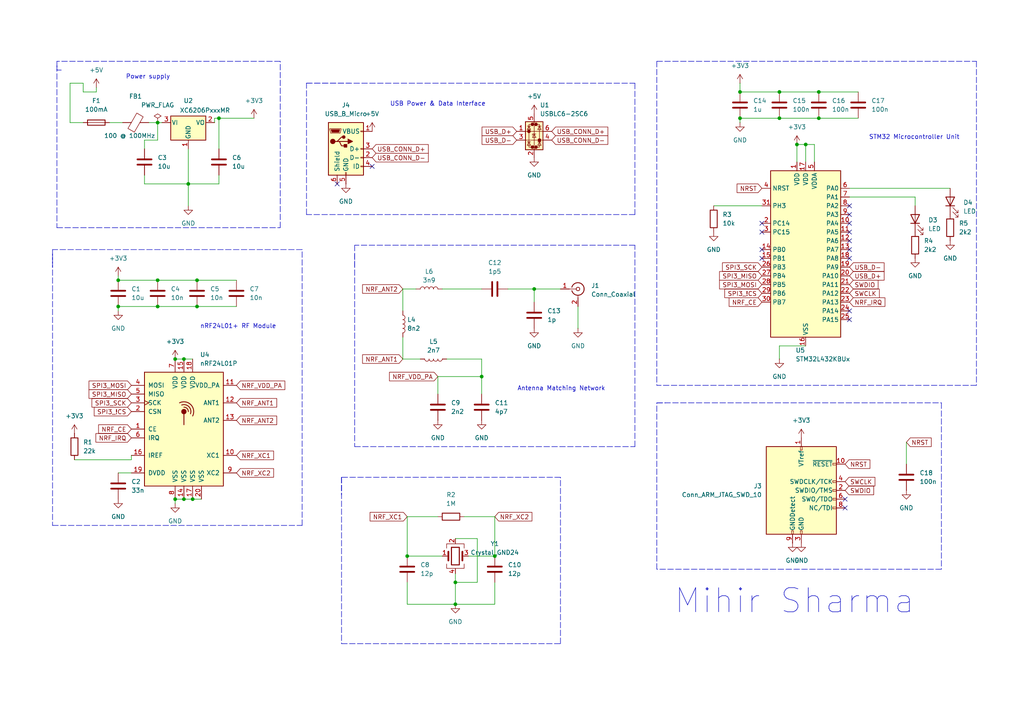
<source format=kicad_sch>
(kicad_sch (version 20250114) (generator "eeschema") (generator_version "9.0")
  (paper "A4")
  (title_block (title "STM32 RF PCB") (date "2025-06-28"))
  (lib_symbols
    (symbol "+3V3_1" (power) (pin_numbers (hide yes)) (pin_names (offset 0) (hide yes))
      (property "Value" "+3V3" (at 0 3.556 0))
      (symbol "+3V3_1_1_1"
        (pin power_in line (at 0 0 90) (length 0) (name "~") (number "1"))
      )
    )
    (symbol "+3V3_2" (power) (pin_numbers (hide yes)) (pin_names (offset 0) (hide yes))
      (property "Value" "+3V3" (at 0 3.556 0))
      (symbol "+3V3_2_1_1"
        (pin power_in line (at 0 0 90) (length 0) (name "~") (number "1"))
      )
    )
    (symbol "+3V3_3" (power) (pin_numbers (hide yes)) (pin_names (offset 0) (hide yes))
      (property "Value" "+3V3" (at 0 3.556 0))
      (symbol "+3V3_3_1_1"
        (pin power_in line (at 0 0 90) (length 0) (name "~") (number "1"))
      )
    )
    (symbol "+3V3_4" (power) (pin_numbers (hide yes)) (pin_names (offset 0) (hide yes))
      (property "Value" "+3V3" (at 0 3.556 0))
      (symbol "+3V3_4_1_1"
        (pin power_in line (at 0 0 90) (length 0) (name "~") (number "1"))
      )
    )
    (symbol "+3V3_5" (power) (pin_numbers (hide yes)) (pin_names (offset 0) (hide yes))
      (property "Value" "+3V3" (at 0 3.556 0))
      (symbol "+3V3_5_1_1"
        (pin power_in line (at 0 0 90) (length 0) (name "~") (number "1"))
      )
    )
    (symbol "+3V3_6" (power) (pin_numbers (hide yes)) (pin_names (offset 0) (hide yes))
      (property "Value" "+3V3" (at 0 3.556 0))
      (symbol "+3V3_6_1_1"
        (pin power_in line (at 0 0 90) (length 0) (name "~") (number "1"))
      )
    )
    (symbol "+3V3_7" (power) (pin_numbers (hide yes)) (pin_names (offset 0) (hide yes))
      (property "Value" "+3V3" (at 0 3.556 0))
      (symbol "+3V3_7_1_1"
        (pin power_in line (at 0 0 90) (length 0) (name "~") (number "1"))
      )
    )
    (symbol "+5V_1" (power) (pin_numbers (hide yes)) (pin_names (offset 0) (hide yes))
      (property "Value" "+5V" (at 0 3.556 0))
      (symbol "+5V_1_1_1"
        (pin power_in line (at 0 0 90) (length 0) (name "~") (number "1"))
      )
    )
    (symbol "+5V_2" (power) (pin_numbers (hide yes)) (pin_names (offset 0) (hide yes))
      (property "Value" "+5V" (at 0 3.556 0))
      (symbol "+5V_2_1_1"
        (pin power_in line (at 0 0 90) (length 0) (name "~") (number "1"))
      )
    )
    (symbol "+5V_3" (power) (pin_numbers (hide yes)) (pin_names (offset 0) (hide yes))
      (property "Value" "+5V" (at 0 3.556 0))
      (symbol "+5V_3_1_1"
        (pin power_in line (at 0 0 90) (length 0) (name "~") (number "1"))
      )
    )
    (symbol "Conn_Coaxial_1" (pin_names (offset 1.016) (hide yes))
      (property "Reference" "J" (at 0.254 3.048 0))
      (property "Value" "Conn_Coaxial" (at 2.921 0 90))
      (symbol "Conn_Coaxial_1_1_1"
        (pin passive line (at -5.08 0 0) (length 2.54) (name "In") (number "1"))
        (pin passive line (at 0 -5.08 90) (length 2.54) (name "Ext") (number "2"))
      )
    )
    (symbol "Connector:Conn_ARM_JTAG_SWD_10" (pin_names (offset 1.016))
      (property "Reference" "J" (at -2.54 16.51 0))
      (property "Value" "Conn_ARM_JTAG_SWD_10" (at -2.54 13.97 0))
      (symbol "Conn_ARM_JTAG_SWD_10_1_1"
        (pin no_connect line (at -10.16 0 0) (length 2.54) (hide yes) (name "KEY") (number "7"))
        (pin passive line (at -2.54 -15.24 90) (length 2.54) (name "GNDDetect") (number "9"))
        (pin power_in line (at 0 15.24 270) (length 2.54) (name "VTref") (number "1"))
        (pin power_in line (at 0 -15.24 90) (length 2.54) (name "GND") (number "3"))
        (pin passive line (at 0 -15.24 90) (length 2.54) (hide yes) (name "GND") (number "5"))
        (pin open_collector line (at 12.7 7.62 180) (length 2.54) (name "~{RESET}") (number "10"))
        (pin output line (at 12.7 2.54 180) (length 2.54) (name "SWDCLK/TCK") (number "4"))
        (pin bidirectional line (at 12.7 0 180) (length 2.54) (name "SWDIO/TMS") (number "2"))
        (pin input line (at 12.7 -2.54 180) (length 2.54) (name "SWO/TDO") (number "6"))
        (pin output line (at 12.7 -5.08 180) (length 2.54) (name "NC/TDI") (number "8"))
      )
    )
    (symbol "Device:C" (pin_numbers (hide yes)) (pin_names (offset 0.254))
      (property "Reference" "C" (at 0.635 2.54 0))
      (property "Value" "C" (at 0.635 -2.54 0))
      (symbol "C_1_1"
        (pin passive line (at 0 3.81 270) (length 2.794) (name "~") (number "1"))
        (pin passive line (at 0 -3.81 90) (length 2.794) (name "~") (number "2"))
      )
    )
    (symbol "Device:Crystal_GND24" (pin_names (offset 1.016) (hide yes))
      (property "Reference" "Y" (at 3.175 5.08 0))
      (property "Value" "Crystal_GND24" (at 3.175 3.175 0))
      (symbol "Crystal_GND24_1_1"
        (pin passive line (at -3.81 0 0) (length 1.27) (name "1") (number "1"))
        (pin passive line (at 0 5.08 270) (length 1.27) (name "2") (number "2"))
        (pin passive line (at 0 -5.08 90) (length 1.27) (name "4") (number "4"))
        (pin passive line (at 3.81 0 180) (length 1.27) (name "3") (number "3"))
      )
    )
    (symbol "Device:FerriteBead" (pin_numbers (hide yes)) (pin_names (offset 0))
      (property "Reference" "FB" (at -3.81 0.635 90))
      (property "Value" "FerriteBead" (at 3.81 0 90))
      (symbol "FerriteBead_1_1"
        (pin passive line (at 0 3.81 270) (length 2.54) (name "~") (number "1"))
        (pin passive line (at 0 -3.81 90) (length 2.54) (name "~") (number "2"))
      )
    )
    (symbol "Device:Fuse" (pin_numbers (hide yes)) (pin_names (offset 0))
      (property "Reference" "F" (at 2.032 0 90))
      (property "Value" "Fuse" (at -1.905 0 90))
      (symbol "Fuse_1_1"
        (pin passive line (at 0 3.81 270) (length 1.27) (name "~") (number "1"))
        (pin passive line (at 0 -3.81 90) (length 1.27) (name "~") (number "2"))
      )
    )
    (symbol "Device:L" (pin_numbers (hide yes)) (pin_names (offset 1.016) (hide yes))
      (property "Reference" "L" (at -1.27 0 90))
      (property "Value" "L" (at 1.905 0 90))
      (symbol "L_1_1"
        (pin passive line (at 0 3.81 270) (length 1.27) (name "1") (number "1"))
        (pin passive line (at 0 -3.81 90) (length 1.27) (name "2") (number "2"))
      )
    )
    (symbol "Device:R" (pin_numbers (hide yes)) (pin_names (offset 0))
      (property "Reference" "R" (at 2.032 0 90))
      (property "Value" "R" (at 0 0 90))
      (symbol "R_1_1"
        (pin passive line (at 0 3.81 270) (length 1.27) (name "~") (number "1"))
        (pin passive line (at 0 -3.81 90) (length 1.27) (name "~") (number "2"))
      )
    )
    (symbol "GND_1" (power) (pin_numbers (hide yes)) (pin_names (offset 0) (hide yes))
      (property "Value" "GND" (at 0 -3.81 0))
      (symbol "GND_1_1_1"
        (pin power_in line (at 0 0 270) (length 0) (name "~") (number "1"))
      )
    )
    (symbol "GND_10" (power) (pin_numbers (hide yes)) (pin_names (offset 0) (hide yes))
      (property "Value" "GND" (at 0 -3.81 0))
      (symbol "GND_10_1_1"
        (pin power_in line (at 0 0 270) (length 0) (name "~") (number "1"))
      )
    )
    (symbol "GND_11" (power) (pin_numbers (hide yes)) (pin_names (offset 0) (hide yes))
      (property "Value" "GND" (at 0 -3.81 0))
      (symbol "GND_11_1_1"
        (pin power_in line (at 0 0 270) (length 0) (name "~") (number "1"))
      )
    )
    (symbol "GND_12" (power) (pin_numbers (hide yes)) (pin_names (offset 0) (hide yes))
      (property "Value" "GND" (at 0 -3.81 0))
      (symbol "GND_12_1_1"
        (pin power_in line (at 0 0 270) (length 0) (name "~") (number "1"))
      )
    )
    (symbol "GND_13" (power) (pin_numbers (hide yes)) (pin_names (offset 0) (hide yes))
      (property "Value" "GND" (at 0 -3.81 0))
      (symbol "GND_13_1_1"
        (pin power_in line (at 0 0 270) (length 0) (name "~") (number "1"))
      )
    )
    (symbol "GND_14" (power) (pin_numbers (hide yes)) (pin_names (offset 0) (hide yes))
      (property "Value" "GND" (at 0 -3.81 0))
      (symbol "GND_14_1_1"
        (pin power_in line (at 0 0 270) (length 0) (name "~") (number "1"))
      )
    )
    (symbol "GND_15" (power) (pin_numbers (hide yes)) (pin_names (offset 0) (hide yes))
      (property "Value" "GND" (at 0 -3.81 0))
      (symbol "GND_15_1_1"
        (pin power_in line (at 0 0 270) (length 0) (name "~") (number "1"))
      )
    )
    (symbol "GND_16" (power) (pin_numbers (hide yes)) (pin_names (offset 0) (hide yes))
      (property "Value" "GND" (at 0 -3.81 0))
      (symbol "GND_16_1_1"
        (pin power_in line (at 0 0 270) (length 0) (name "~") (number "1"))
      )
    )
    (symbol "GND_17" (power) (pin_numbers (hide yes)) (pin_names (offset 0) (hide yes))
      (property "Value" "GND" (at 0 -3.81 0))
      (symbol "GND_17_1_1"
        (pin power_in line (at 0 0 270) (length 0) (name "~") (number "1"))
      )
    )
    (symbol "GND_18" (power) (pin_numbers (hide yes)) (pin_names (offset 0) (hide yes))
      (property "Value" "GND" (at 0 -3.81 0))
      (symbol "GND_18_1_1"
        (pin power_in line (at 0 0 270) (length 0) (name "~") (number "1"))
      )
    )
    (symbol "GND_19" (power) (pin_numbers (hide yes)) (pin_names (offset 0) (hide yes))
      (property "Value" "GND" (at 0 -3.81 0))
      (symbol "GND_19_1_1"
        (pin power_in line (at 0 0 270) (length 0) (name "~") (number "1"))
      )
    )
    (symbol "GND_2" (power) (pin_numbers (hide yes)) (pin_names (offset 0) (hide yes))
      (property "Value" "GND" (at 0 -3.81 0))
      (symbol "GND_2_1_1"
        (pin power_in line (at 0 0 270) (length 0) (name "~") (number "1"))
      )
    )
    (symbol "GND_3" (power) (pin_numbers (hide yes)) (pin_names (offset 0) (hide yes))
      (property "Value" "GND" (at 0 -3.81 0))
      (symbol "GND_3_1_1"
        (pin power_in line (at 0 0 270) (length 0) (name "~") (number "1"))
      )
    )
    (symbol "GND_4" (power) (pin_numbers (hide yes)) (pin_names (offset 0) (hide yes))
      (property "Value" "GND" (at 0 -3.81 0))
      (symbol "GND_4_1_1"
        (pin power_in line (at 0 0 270) (length 0) (name "~") (number "1"))
      )
    )
    (symbol "GND_5" (power) (pin_numbers (hide yes)) (pin_names (offset 0) (hide yes))
      (property "Value" "GND" (at 0 -3.81 0))
      (symbol "GND_5_1_1"
        (pin power_in line (at 0 0 270) (length 0) (name "~") (number "1"))
      )
    )
    (symbol "GND_6" (power) (pin_numbers (hide yes)) (pin_names (offset 0) (hide yes))
      (property "Value" "GND" (at 0 -3.81 0))
      (symbol "GND_6_1_1"
        (pin power_in line (at 0 0 270) (length 0) (name "~") (number "1"))
      )
    )
    (symbol "GND_7" (power) (pin_numbers (hide yes)) (pin_names (offset 0) (hide yes))
      (property "Value" "GND" (at 0 -3.81 0))
      (symbol "GND_7_1_1"
        (pin power_in line (at 0 0 270) (length 0) (name "~") (number "1"))
      )
    )
    (symbol "GND_8" (power) (pin_numbers (hide yes)) (pin_names (offset 0) (hide yes))
      (property "Value" "GND" (at 0 -3.81 0))
      (symbol "GND_8_1_1"
        (pin power_in line (at 0 0 270) (length 0) (name "~") (number "1"))
      )
    )
    (symbol "GND_9" (power) (pin_numbers (hide yes)) (pin_names (offset 0) (hide yes))
      (property "Value" "GND" (at 0 -3.81 0))
      (symbol "GND_9_1_1"
        (pin power_in line (at 0 0 270) (length 0) (name "~") (number "1"))
      )
    )
    (symbol "LED_1" (pin_numbers (hide yes)) (pin_names (offset 1.016) (hide yes))
      (property "Reference" "D" (at 0 2.54 0))
      (property "Value" "LED" (at 0 -2.54 0))
      (symbol "LED_1_1_1"
        (pin passive line (at -3.81 0 0) (length 2.54) (name "K") (number "1"))
        (pin passive line (at 3.81 0 180) (length 2.54) (name "A") (number "2"))
      )
    )
    (symbol "LED_2" (pin_numbers (hide yes)) (pin_names (offset 1.016) (hide yes))
      (property "Reference" "D" (at 0 2.54 0))
      (property "Value" "LED" (at 0 -2.54 0))
      (symbol "LED_2_1_1"
        (pin passive line (at -3.81 0 0) (length 2.54) (name "K") (number "1"))
        (pin passive line (at 3.81 0 180) (length 2.54) (name "A") (number "2"))
      )
    )
    (symbol "STM32L432KBUx_1"
      (property "Reference" "U" (at -10.16 26.67 0))
      (property "Value" "STM32L432KBUx" (at 5.08 26.67 0))
      (symbol "STM32L432KBUx_1_1_1"
        (pin input line (at -12.7 20.32 0) (length 2.54) (name "NRST") (number "4"))
        (pin bidirectional line (at -12.7 15.24 0) (length 2.54) (name "PH3") (number "31"))
        (pin bidirectional line (at -12.7 10.16 0) (length 2.54) (name "PC14") (number "2"))
        (pin bidirectional line (at -12.7 7.62 0) (length 2.54) (name "PC15") (number "3"))
        (pin bidirectional line (at -12.7 2.54 0) (length 2.54) (name "PB0") (number "14"))
        (pin bidirectional line (at -12.7 0 0) (length 2.54) (name "PB1") (number "15"))
        (pin bidirectional line (at -12.7 -2.54 0) (length 2.54) (name "PB3") (number "26"))
        (pin bidirectional line (at -12.7 -5.08 0) (length 2.54) (name "PB4") (number "27"))
        (pin bidirectional line (at -12.7 -7.62 0) (length 2.54) (name "PB5") (number "28"))
        (pin bidirectional line (at -12.7 -10.16 0) (length 2.54) (name "PB6") (number "29"))
        (pin bidirectional line (at -12.7 -12.7 0) (length 2.54) (name "PB7") (number "30"))
        (pin power_in line (at -2.54 27.94 270) (length 2.54) (name "VDD") (number "1"))
        (pin power_in line (at 0 27.94 270) (length 2.54) (name "VDD") (number "17"))
        (pin power_in line (at 0 -25.4 90) (length 2.54) (name "VSS") (number "16"))
        (pin passive line (at 0 -25.4 90) (length 2.54) (hide yes) (name "VSS") (number "32"))
        (pin passive line (at 0 -25.4 90) (length 2.54) (hide yes) (name "VSS") (number "33"))
        (pin power_in line (at 2.54 27.94 270) (length 2.54) (name "VDDA") (number "5"))
        (pin bidirectional line (at 12.7 20.32 180) (length 2.54) (name "PA0") (number "6"))
        (pin bidirectional line (at 12.7 17.78 180) (length 2.54) (name "PA1") (number "7"))
        (pin bidirectional line (at 12.7 15.24 180) (length 2.54) (name "PA2") (number "8"))
        (pin bidirectional line (at 12.7 12.7 180) (length 2.54) (name "PA3") (number "9"))
        (pin bidirectional line (at 12.7 10.16 180) (length 2.54) (name "PA4") (number "10"))
        (pin bidirectional line (at 12.7 7.62 180) (length 2.54) (name "PA5") (number "11"))
        (pin bidirectional line (at 12.7 5.08 180) (length 2.54) (name "PA6") (number "12"))
        (pin bidirectional line (at 12.7 2.54 180) (length 2.54) (name "PA7") (number "13"))
        (pin bidirectional line (at 12.7 0 180) (length 2.54) (name "PA8") (number "18"))
        (pin bidirectional line (at 12.7 -2.54 180) (length 2.54) (name "PA9") (number "19"))
        (pin bidirectional line (at 12.7 -5.08 180) (length 2.54) (name "PA10") (number "20"))
        (pin bidirectional line (at 12.7 -7.62 180) (length 2.54) (name "PA11") (number "21"))
        (pin bidirectional line (at 12.7 -10.16 180) (length 2.54) (name "PA12") (number "22"))
        (pin bidirectional line (at 12.7 -12.7 180) (length 2.54) (name "PA13") (number "23"))
        (pin bidirectional line (at 12.7 -15.24 180) (length 2.54) (name "PA14") (number "24"))
        (pin bidirectional line (at 12.7 -17.78 180) (length 2.54) (name "PA15") (number "25"))
      )
    )
    (symbol "USBLC6-2SC6_1" (pin_names (hide yes))
      (property "Reference" "U" (at 0.635 5.715 0))
      (property "Value" "USBLC6-2SC6" (at 0.635 3.81 0))
      (symbol "USBLC6-2SC6_1_1_1"
        (pin passive line (at -5.08 0 0) (length 2.54) (name "I/O1") (number "1"))
        (pin passive line (at -5.08 -2.54 0) (length 2.54) (name "I/O2") (number "3"))
        (pin passive line (at 0 5.08 270) (length 2.54) (name "VBUS") (number "5"))
        (pin passive line (at 0 -7.62 90) (length 2.54) (name "GND") (number "2"))
        (pin passive line (at 5.08 0 180) (length 2.54) (name "I/O1") (number "6"))
        (pin passive line (at 5.08 -2.54 180) (length 2.54) (name "I/O2") (number "4"))
      )
    )
    (symbol "USB_B_Micro_1" (pin_names (offset 1.016))
      (property "Reference" "J" (at -5.08 11.43 0))
      (property "Value" "USB_B_Micro" (at -5.08 8.89 0))
      (symbol "USB_B_Micro_1_1_1"
        (pin passive line (at -2.54 -10.16 90) (length 2.54) (name "Shield") (number "6"))
        (pin power_out line (at 0 -10.16 90) (length 2.54) (name "GND") (number "5"))
        (pin power_out line (at 7.62 5.08 180) (length 2.54) (name "VBUS") (number "1"))
        (pin bidirectional line (at 7.62 0 180) (length 2.54) (name "D+") (number "3"))
        (pin bidirectional line (at 7.62 -2.54 180) (length 2.54) (name "D-") (number "2"))
        (pin passive line (at 7.62 -5.08 180) (length 2.54) (name "ID") (number "4"))
      )
    )
    (symbol "XC6206PxxxMR_1" (pin_names (offset 0.254))
      (property "Reference" "U" (at -3.81 3.175 0))
      (property "Value" "XC6206PxxxMR" (at 0 3.175 0))
      (symbol "XC6206PxxxMR_1_1_1"
        (pin power_in line (at -7.62 0 0) (length 2.54) (name "VI") (number "3"))
        (pin power_in line (at 0 -7.62 90) (length 2.54) (name "GND") (number "1"))
        (pin power_out line (at 7.62 0 180) (length 2.54) (name "VO") (number "2"))
      )
    )
    (symbol "nRF24L01P_1" (pin_names (offset 1.016))
      (property "Reference" "U" (at -11.43 17.78 0))
      (property "Value" "nRF24L01P" (at 5.08 17.78 0))
      (symbol "nRF24L01P_1_1_1"
        (pin input line (at -15.24 12.7 0) (length 3.81) (name "MOSI") (number "4"))
        (pin output line (at -15.24 10.16 0) (length 3.81) (name "MISO") (number "5"))
        (pin input clock (at -15.24 7.62 0) (length 3.81) (name "SCK") (number "3"))
        (pin input line (at -15.24 5.08 0) (length 3.81) (name "CSN") (number "2"))
        (pin input line (at -15.24 0 0) (length 3.81) (name "CE") (number "1"))
        (pin output line (at -15.24 -2.54 0) (length 3.81) (name "IRQ") (number "6"))
        (pin passive line (at -15.24 -7.62 0) (length 3.81) (name "IREF") (number "16"))
        (pin power_out line (at -15.24 -12.7 0) (length 3.81) (name "DVDD") (number "19"))
        (pin power_in line (at -2.54 20.32 270) (length 3.81) (name "VDD") (number "7"))
        (pin power_in line (at -2.54 -20.32 90) (length 3.81) (name "VSS") (number "8"))
        (pin power_in line (at 0 20.32 270) (length 3.81) (name "VDD") (number "15"))
        (pin power_in line (at 0 -20.32 90) (length 3.81) (name "VSS") (number "14"))
        (pin power_in line (at 2.54 20.32 270) (length 3.81) (name "VDD") (number "18"))
        (pin power_in line (at 2.54 -20.32 90) (length 3.81) (name "VSS") (number "17"))
        (pin power_in line (at 5.08 -20.32 90) (length 3.81) (name "VSS") (number "20"))
        (pin power_out line (at 15.24 12.7 180) (length 3.81) (name "VDD_PA") (number "11"))
        (pin passive line (at 15.24 7.62 180) (length 3.81) (name "ANT1") (number "12"))
        (pin passive line (at 15.24 2.54 180) (length 3.81) (name "ANT2") (number "13"))
        (pin passive line (at 15.24 -7.62 180) (length 3.81) (name "XC1") (number "10"))
        (pin passive line (at 15.24 -12.7 180) (length 3.81) (name "XC2") (number "9"))
      )
    )
    (symbol "power:PWR_FLAG" (power) (pin_numbers (hide yes)) (pin_names (offset 0) (hide yes))
      (property "Value" "PWR_FLAG" (at 0 3.81 0))
      (symbol "PWR_FLAG_0_0"
        (pin power_out line (at 0 0 90) (length 0) (name "~") (number "1"))
      )
    )
  )
  (text "STM32 Microcontroller Unit" (at 265.176 39.878 0) (effects (font (size 1.27 1.27))))
  (text "USB Power & Data Interface" (at 127 30.226 0) (effects (font (size 1.27 1.27))))
  (text "Power supply" (at 42.926 22.352 0) (effects (font (size 1.27 1.27))))
  (text "nRF24L01+ RF Module" (at 69.088 94.742 0) (effects (font (size 1.27 1.27))))
  (text "Antenna Matching Network\n" (at 162.814 112.776 0) (effects (font (size 1.27 1.27))))
  (text "Mihir Sharma" (at 195.326 178.562 0) (effects (font (size 7 7)) (justify left bottom)))
  (junction (at 34.29 81.28))
  (junction (at 226.06 34.29))
  (junction (at 45.72 88.9))
  (junction (at 45.72 81.28))
  (junction (at 233.68 41.91))
  (junction (at 237.49 34.29))
  (junction (at 50.8 144.78))
  (junction (at 214.63 34.29))
  (junction (at 53.34 104.14))
  (junction (at 57.15 81.28))
  (junction (at 139.7 109.22))
  (junction (at 57.15 88.9))
  (junction (at 132.08 175.26))
  (junction (at 226.06 26.67))
  (junction (at 132.08 168.91))
  (junction (at 237.49 26.67))
  (junction (at 50.8 104.14))
  (junction (at 45.72 35.56))
  (junction (at 63.5 34.29))
  (junction (at 118.11 161.29))
  (junction (at 53.34 144.78))
  (junction (at 143.51 161.29))
  (junction (at 231.14 41.91))
  (junction (at 214.63 26.67))
  (junction (at 154.94 83.82))
  (junction (at 54.61 53.34))
  (junction (at 34.29 88.9))
  (junction (at 55.88 144.78))
  (no_connect (at 97.79 53.34))
  (no_connect (at 107.95 48.26))
  (no_connect (at 245.11 147.32))
  (no_connect (at 245.11 144.78))
  (no_connect (at 220.98 74.93))
  (no_connect (at 220.98 72.39))
  (no_connect (at 220.98 67.31))
  (no_connect (at 220.98 64.77))
  (no_connect (at 246.38 59.69))
  (no_connect (at 246.38 62.23))
  (no_connect (at 246.38 64.77))
  (no_connect (at 246.38 67.31))
  (no_connect (at 246.38 90.17))
  (no_connect (at 246.38 69.85))
  (no_connect (at 246.38 72.39))
  (no_connect (at 246.38 74.93))
  (no_connect (at 246.38 92.71))
  (polyline (pts (xy 190.5 17.78) (xy 190.5 111.76)) (stroke (width 0) (type dash)))
  (wire (pts (xy 139.7 104.14) (xy 139.7 109.22)))
  (wire (pts (xy 54.61 53.34) (xy 54.61 59.69)))
  (wire (pts (xy 45.72 88.9) (xy 57.15 88.9)))
  (wire (pts (xy 24.13 26.67) (xy 27.94 26.67)))
  (wire (pts (xy 34.29 81.28) (xy 45.72 81.28)))
  (wire (pts (xy 116.84 97.79) (xy 116.84 104.14)))
  (wire (pts (xy 262.89 128.27) (xy 262.89 134.62)))
  (polyline (pts (xy 15.24 152.4) (xy 87.63 152.4)) (stroke (width 0) (type dash)))
  (wire (pts (xy 134.62 149.86) (xy 143.51 149.86)))
  (wire (pts (xy 214.63 34.29) (xy 226.06 34.29)))
  (wire (pts (xy 226.06 100.33) (xy 233.68 100.33)))
  (wire (pts (xy 34.29 88.9) (xy 45.72 88.9)))
  (wire (pts (xy 20.32 35.56) (xy 20.32 24.13)))
  (wire (pts (xy 135.89 161.29) (xy 143.51 161.29)))
  (polyline (pts (xy 15.24 73.66) (xy 15.24 152.4)) (stroke (width 0) (type dash)))
  (wire (pts (xy 231.14 41.91) (xy 233.68 41.91)))
  (wire (pts (xy 143.51 168.91) (xy 143.51 175.26)))
  (polyline (pts (xy 273.05 165.1) (xy 190.5 165.1)) (stroke (width 0) (type dash)))
  (wire (pts (xy 54.61 43.18) (xy 54.61 53.34)))
  (polyline (pts (xy 184.15 71.12) (xy 102.87 71.12)) (stroke (width 0) (type dash)))
  (polyline (pts (xy 190.5 116.84) (xy 193.04 116.84)) (stroke (width 0) (type dash)))
  (polyline (pts (xy 99.06 138.43) (xy 99.06 186.69)) (stroke (width 0) (type dash)))
  (wire (pts (xy 41.91 50.8) (xy 41.91 53.34)))
  (wire (pts (xy 27.94 26.67) (xy 27.94 25.4)))
  (wire (pts (xy 162.56 83.82) (xy 154.94 83.82)))
  (wire (pts (xy 53.34 104.14) (xy 55.88 104.14)))
  (wire (pts (xy 63.5 34.29) (xy 63.5 43.18)))
  (wire (pts (xy 233.68 41.91) (xy 236.22 41.91)))
  (wire (pts (xy 21.59 133.35) (xy 38.1 133.35)))
  (polyline (pts (xy 16.51 66.04) (xy 81.28 66.04)) (stroke (width 0) (type dash)))
  (wire (pts (xy 214.63 24.13) (xy 214.63 26.67)))
  (wire (pts (xy 214.63 34.29) (xy 214.63 35.56)))
  (polyline (pts (xy 88.9 24.13) (xy 101.6 24.13)) (stroke (width 0) (type dash)))
  (polyline (pts (xy 87.63 152.4) (xy 87.63 72.39)) (stroke (width 0) (type dash)))
  (wire (pts (xy 246.38 57.15) (xy 265.43 57.15)))
  (wire (pts (xy 41.91 40.64) (xy 41.91 43.18)))
  (wire (pts (xy 226.06 104.14) (xy 226.06 100.33)))
  (wire (pts (xy 45.72 35.56) (xy 46.99 35.56)))
  (wire (pts (xy 143.51 149.86) (xy 143.51 161.29)))
  (polyline (pts (xy 102.87 71.12) (xy 102.87 77.47)) (stroke (width 0) (type dash)))
  (wire (pts (xy 45.72 35.56) (xy 45.72 40.64)))
  (polyline (pts (xy 184.15 129.54) (xy 184.15 71.12)) (stroke (width 0) (type dash)))
  (wire (pts (xy 118.11 168.91) (xy 118.11 175.26)))
  (wire (pts (xy 57.15 88.9) (xy 68.58 88.9)))
  (wire (pts (xy 41.91 40.64) (xy 45.72 40.64)))
  (wire (pts (xy 143.51 175.26) (xy 132.08 175.26)))
  (wire (pts (xy 116.84 104.14) (xy 121.92 104.14)))
  (polyline (pts (xy 162.56 186.69) (xy 162.56 138.43)) (stroke (width 0) (type dash)))
  (polyline (pts (xy 162.56 138.43) (xy 99.06 138.43)) (stroke (width 0) (type dash)))
  (polyline (pts (xy 88.9 24.13) (xy 184.15 24.13)) (stroke (width 0) (type dash)))
  (polyline (pts (xy 184.15 24.13) (xy 184.15 62.23)) (stroke (width 0) (type dash)))
  (wire (pts (xy 246.38 54.61) (xy 275.59 54.61)))
  (wire (pts (xy 116.84 83.82) (xy 116.84 90.17)))
  (wire (pts (xy 31.75 35.56) (xy 35.56 35.56)))
  (wire (pts (xy 226.06 34.29) (xy 237.49 34.29)))
  (wire (pts (xy 34.29 88.9) (xy 34.29 90.17)))
  (wire (pts (xy 118.11 175.26) (xy 132.08 175.26)))
  (wire (pts (xy 138.43 168.91) (xy 132.08 168.91)))
  (wire (pts (xy 132.08 166.37) (xy 132.08 168.91)))
  (wire (pts (xy 62.23 34.29) (xy 63.5 34.29)))
  (wire (pts (xy 147.32 83.82) (xy 154.94 83.82)))
  (wire (pts (xy 132.08 156.21) (xy 138.43 156.21)))
  (polyline (pts (xy 283.21 17.78) (xy 283.21 111.76)) (stroke (width 0) (type dash)))
  (polyline (pts (xy 102.87 129.54) (xy 184.15 129.54)) (stroke (width 0) (type dash)))
  (wire (pts (xy 38.1 133.35) (xy 38.1 132.08)))
  (wire (pts (xy 63.5 50.8) (xy 63.5 53.34)))
  (wire (pts (xy 50.8 144.78) (xy 53.34 144.78)))
  (wire (pts (xy 214.63 26.67) (xy 226.06 26.67)))
  (polyline (pts (xy 99.06 186.69) (xy 162.56 186.69)) (stroke (width 0) (type dash)))
  (wire (pts (xy 20.32 35.56) (xy 24.13 35.56)))
  (polyline (pts (xy 81.28 17.78) (xy 16.51 17.78)) (stroke (width 0) (type dash)))
  (polyline (pts (xy 81.28 66.04) (xy 81.28 17.78)) (stroke (width 0) (type dash)))
  (wire (pts (xy 128.27 83.82) (xy 139.7 83.82)))
  (wire (pts (xy 116.84 83.82) (xy 120.65 83.82)))
  (polyline (pts (xy 87.63 72.39) (xy 15.24 72.39)) (stroke (width 0) (type dash)))
  (polyline (pts (xy 88.9 62.23) (xy 88.9 24.13)) (stroke (width 0) (type dash)))
  (wire (pts (xy 63.5 34.29) (xy 73.66 34.29)))
  (wire (pts (xy 138.43 156.21) (xy 138.43 168.91)))
  (wire (pts (xy 139.7 109.22) (xy 139.7 114.3)))
  (wire (pts (xy 237.49 34.29) (xy 248.92 34.29)))
  (wire (pts (xy 54.61 53.34) (xy 63.5 53.34)))
  (wire (pts (xy 127 149.86) (xy 118.11 149.86)))
  (wire (pts (xy 127 109.22) (xy 127 114.3)))
  (wire (pts (xy 154.94 83.82) (xy 154.94 87.63)))
  (wire (pts (xy 62.23 34.29) (xy 62.23 35.56)))
  (polyline (pts (xy 15.24 72.39) (xy 15.24 77.47)) (stroke (width 0) (type dash)))
  (wire (pts (xy 226.06 26.67) (xy 237.49 26.67)))
  (wire (pts (xy 43.18 35.56) (xy 45.72 35.56)))
  (wire (pts (xy 167.64 88.9) (xy 167.64 95.25)))
  (polyline (pts (xy 99.06 138.43) (xy 99.06 143.51)) (stroke (width 0) (type dash)))
  (wire (pts (xy 53.34 144.78) (xy 55.88 144.78)))
  (wire (pts (xy 129.54 104.14) (xy 139.7 104.14)))
  (wire (pts (xy 127 109.22) (xy 139.7 109.22)))
  (wire (pts (xy 236.22 41.91) (xy 236.22 46.99)))
  (polyline (pts (xy 184.15 62.23) (xy 88.9 62.23)) (stroke (width 0) (type dash)))
  (wire (pts (xy 24.13 24.13) (xy 24.13 26.67)))
  (wire (pts (xy 34.29 80.01) (xy 34.29 81.28)))
  (wire (pts (xy 57.15 81.28) (xy 68.58 81.28)))
  (wire (pts (xy 231.14 41.91) (xy 231.14 46.99)))
  (wire (pts (xy 50.8 104.14) (xy 53.34 104.14)))
  (polyline (pts (xy 16.51 19.05) (xy 16.51 66.04)) (stroke (width 0) (type dash)))
  (wire (pts (xy 233.68 41.91) (xy 233.68 46.99)))
  (polyline (pts (xy 190.5 17.78) (xy 283.21 17.78)) (stroke (width 0) (type dash)))
  (wire (pts (xy 207.01 59.69) (xy 220.98 59.69)))
  (wire (pts (xy 237.49 26.67) (xy 248.92 26.67)))
  (wire (pts (xy 132.08 168.91) (xy 132.08 175.26)))
  (wire (pts (xy 50.8 146.05) (xy 50.8 144.78)))
  (wire (pts (xy 20.32 24.13) (xy 24.13 24.13)))
  (wire (pts (xy 118.11 161.29) (xy 128.27 161.29)))
  (wire (pts (xy 41.91 53.34) (xy 54.61 53.34)))
  (polyline (pts (xy 102.87 73.66) (xy 102.87 129.54)) (stroke (width 0) (type dash)))
  (wire (pts (xy 55.88 144.78) (xy 58.42 144.78)))
  (wire (pts (xy 118.11 149.86) (xy 118.11 161.29)))
  (polyline (pts (xy 283.21 111.76) (xy 190.5 111.76)) (stroke (width 0) (type dash)))
  (wire (pts (xy 34.29 137.16) (xy 38.1 137.16)))
  (polyline (pts (xy 190.5 116.84) (xy 273.05 116.84)) (stroke (width 0) (type dash)))
  (polyline (pts (xy 190.5 165.1) (xy 190.5 116.84)) (stroke (width 0) (type dash)))
  (polyline (pts (xy 16.51 20.32) (xy 17.78 20.32)) (stroke (width 0) (type dash)))
  (wire (pts (xy 265.43 57.15) (xy 265.43 59.69)))
  (polyline (pts (xy 273.05 116.84) (xy 273.05 165.1)) (stroke (width 0) (type dash)))
  (wire (pts (xy 45.72 81.28) (xy 57.15 81.28)))
  (polyline (pts (xy 16.51 17.78) (xy 16.51 20.32)) (stroke (width 0) (type dash)))
  (global_label "NRF_ANT1" (shape input) (at 68.58 116.84 0) (property "Intersheetrefs" "${INTERSHEET_REFS}" (effects (hide yes))))
  (global_label "USB_D+" (shape input) (at 149.86 38.1 180) (property "Intersheetrefs" "${INTERSHEET_REFS}" (effects (hide yes))))
  (global_label "NRST" (shape input) (at 262.89 128.27 0) (property "Intersheetrefs" "${INTERSHEET_REFS}" (effects (hide yes))))
  (global_label "SWCLK" (shape input) (at 245.11 139.7 0) (property "Intersheetrefs" "${INTERSHEET_REFS}" (effects (hide yes))))
  (global_label "SPI3_MOSI" (shape input) (at 220.98 82.55 180) (property "Intersheetrefs" "${INTERSHEET_REFS}" (effects (hide yes))))
  (global_label "USB_CONN_D-" (shape input) (at 107.95 45.72 0) (property "Intersheetrefs" "${INTERSHEET_REFS}" (effects (hide yes))))
  (global_label "SPI3_MISO" (shape input) (at 220.98 80.01 180) (property "Intersheetrefs" "${INTERSHEET_REFS}" (effects (hide yes))))
  (global_label "SWCLK" (shape input) (at 246.38 85.09 0) (property "Intersheetrefs" "${INTERSHEET_REFS}" (effects (hide yes))))
  (global_label "SWDIO" (shape input) (at 245.11 142.24 0) (property "Intersheetrefs" "${INTERSHEET_REFS}" (effects (hide yes))))
  (global_label "NRF_XC2" (shape input) (at 143.51 149.86 0) (property "Intersheetrefs" "${INTERSHEET_REFS}" (effects (hide yes))))
  (global_label "NRF_VDD_PA" (shape input) (at 127 109.22 180) (property "Intersheetrefs" "${INTERSHEET_REFS}" (effects (hide yes))))
  (global_label "NRF_ANT2" (shape input) (at 68.58 121.92 0) (property "Intersheetrefs" "${INTERSHEET_REFS}" (effects (hide yes))))
  (global_label "NRST" (shape input) (at 245.11 134.62 0) (property "Intersheetrefs" "${INTERSHEET_REFS}" (effects (hide yes))))
  (global_label "USB_D-" (shape input) (at 149.86 40.64 180) (property "Intersheetrefs" "${INTERSHEET_REFS}" (effects (hide yes))))
  (global_label "SPI3_MISO" (shape input) (at 38.1 114.3 180) (property "Intersheetrefs" "${INTERSHEET_REFS}" (effects (hide yes))))
  (global_label "NRF_XC1" (shape input) (at 118.11 149.86 180) (property "Intersheetrefs" "${INTERSHEET_REFS}" (effects (hide yes))))
  (global_label "NRF_XC1" (shape input) (at 68.58 132.08 0) (property "Intersheetrefs" "${INTERSHEET_REFS}" (effects (hide yes))))
  (global_label "SPI3_SCK" (shape input) (at 38.1 116.84 180) (property "Intersheetrefs" "${INTERSHEET_REFS}" (effects (hide yes))))
  (global_label "NRF_VDD_PA" (shape input) (at 68.58 111.76 0) (property "Intersheetrefs" "${INTERSHEET_REFS}" (effects (hide yes))))
  (global_label "SPI3_MOSI" (shape input) (at 38.1 111.76 180) (property "Intersheetrefs" "${INTERSHEET_REFS}" (effects (hide yes))))
  (global_label "NRF_XC2" (shape input) (at 68.58 137.16 0) (property "Intersheetrefs" "${INTERSHEET_REFS}" (effects (hide yes))))
  (global_label "USB_CONN_D-" (shape input) (at 160.02 40.64 0) (property "Intersheetrefs" "${INTERSHEET_REFS}" (effects (hide yes))))
  (global_label "USB_CONN_D+" (shape input) (at 107.95 43.18 0) (property "Intersheetrefs" "${INTERSHEET_REFS}" (effects (hide yes))))
  (global_label "USB_D+" (shape input) (at 246.38 80.01 0) (property "Intersheetrefs" "${INTERSHEET_REFS}" (effects (hide yes))))
  (global_label "NRST" (shape input) (at 220.98 54.61 180) (property "Intersheetrefs" "${INTERSHEET_REFS}" (effects (hide yes))))
  (global_label "NRF_ANT2" (shape input) (at 116.84 83.82 180) (property "Intersheetrefs" "${INTERSHEET_REFS}" (effects (hide yes))))
  (global_label "SWDIO" (shape input) (at 246.38 82.55 0) (property "Intersheetrefs" "${INTERSHEET_REFS}" (effects (hide yes))))
  (global_label "NRF_ANT1" (shape input) (at 116.84 104.14 180) (property "Intersheetrefs" "${INTERSHEET_REFS}" (effects (hide yes))))
  (global_label "NRF_IRQ" (shape input) (at 246.38 87.63 0) (property "Intersheetrefs" "${INTERSHEET_REFS}" (effects (hide yes))))
  (global_label "NRF_IRQ" (shape input) (at 38.1 127 180) (property "Intersheetrefs" "${INTERSHEET_REFS}" (effects (hide yes))))
  (global_label "NRF_CE" (shape input) (at 220.98 87.63 180) (property "Intersheetrefs" "${INTERSHEET_REFS}" (effects (hide yes))))
  (global_label "USB_CONN_D+" (shape input) (at 160.02 38.1 0) (property "Intersheetrefs" "${INTERSHEET_REFS}" (effects (hide yes))))
  (global_label "SPI3_!CS" (shape input) (at 220.98 85.09 180) (property "Intersheetrefs" "${INTERSHEET_REFS}" (effects (hide yes))))
  (global_label "USB_D-" (shape input) (at 246.38 77.47 0) (property "Intersheetrefs" "${INTERSHEET_REFS}" (effects (hide yes))))
  (global_label "SPI3_SCK" (shape input) (at 220.98 77.47 180) (property "Intersheetrefs" "${INTERSHEET_REFS}" (effects (hide yes))))
  (global_label "NRF_CE" (shape input) (at 38.1 124.46 180) (property "Intersheetrefs" "${INTERSHEET_REFS}" (effects (hide yes))))
  (global_label "SPI3_!CS" (shape input) (at 38.1 119.38 180) (property "Intersheetrefs" "${INTERSHEET_REFS}" (effects (hide yes))))
  (symbol (lib_name "+3V3_3") (lib_id "power:+3V3") (at 50.8 104.14 0) (unit 1)
    (property "Reference" "#PWR024" (effects (hide yes)))
    (property "Value" "+3V3" (at 50.8 99.06 0))
    (property "Description" "Power symbol creates a global label with name \"+3V3\"" (effects (hide yes)))
  )
  (symbol (lib_name "+5V_1") (lib_id "power:+5V") (at 27.94 25.4 0) (unit 1)
    (property "Reference" "#PWR02" (effects (hide yes)))
    (property "Value" "+5V" (at 27.94 20.32 0))
    (property "Description" "Power symbol creates a global label with name \"+5V\"" (effects (hide yes)))
  )
  (symbol (lib_name "+3V3_4") (lib_id "power:+3V3") (at 21.59 125.73 0) (unit 1)
    (property "Reference" "#PWR025" (effects (hide yes)))
    (property "Value" "+3V3" (at 21.59 120.65 0))
    (property "Description" "Power symbol creates a global label with name \"+3V3\"" (effects (hide yes)))
  )
  (symbol (lib_id "Device:C") (at 68.58 85.09 0) (unit 1)
    (property "Reference" "C7" (at 72.39 83.8199 0) (effects (justify left)))
    (property "Value" "10n" (at 72.39 86.3599 0) (effects (justify left)))
    (property "Footprint" "Capacitor_SMD:C_0402_1005Metric" (effects (hide yes)))
  )
  (symbol (lib_id "Device:C") (at 237.49 30.48 0) (unit 1)
    (property "Reference" "C16" (at 241.3 29.2099 0) (effects (justify left)))
    (property "Value" "100n" (at 241.3 31.7499 0) (effects (justify left)))
    (property "Footprint" "Capacitor_SMD:C_0402_1005Metric" (effects (hide yes)))
  )
  (symbol (lib_name "GND_14") (lib_id "power:GND") (at 214.63 35.56 0) (unit 1)
    (property "Reference" "#PWR017" (effects (hide yes)))
    (property "Value" "GND" (at 214.63 40.64 0))
    (property "Description" "Power symbol creates a global label with name \"GND\" , ground" (effects (hide yes)))
  )
  (symbol (lib_name "GND_13") (lib_id "power:GND") (at 207.01 67.31 0) (unit 1)
    (property "Reference" "#PWR016" (effects (hide yes)))
    (property "Value" "GND" (at 207.01 72.39 0))
    (property "Description" "Power symbol creates a global label with name \"GND\" , ground" (effects (hide yes)))
  )
  (symbol (lib_name "+3V3_2") (lib_id "power:+3V3") (at 34.29 80.01 0) (unit 1)
    (property "Reference" "#PWR04" (effects (hide yes)))
    (property "Value" "+3V3" (at 34.29 74.93 0))
    (property "Description" "Power symbol creates a global label with name \"+3V3\"" (effects (hide yes)))
  )
  (symbol (lib_id "Device:C") (at 57.15 85.09 0) (unit 1)
    (property "Reference" "C5" (at 60.96 83.8199 0) (effects (justify left)))
    (property "Value" "10n" (at 60.96 86.3599 0) (effects (justify left)))
    (property "Footprint" "Capacitor_SMD:C_0402_1005Metric" (effects (hide yes)))
  )
  (symbol (lib_name "+5V_2") (lib_id "power:+5V") (at 107.95 38.1 0) (unit 1)
    (property "Reference" "#PWR022" (effects (hide yes)))
    (property "Value" "+5V" (at 107.95 33.02 0))
    (property "Description" "Power symbol creates a global label with name \"+5V\"" (effects (hide yes)))
  )
  (symbol (lib_name "+3V3_7") (lib_id "power:+3V3") (at 232.41 127 0) (unit 1)
    (property "Reference" "#PWR028" (effects (hide yes)))
    (property "Value" "+3V3" (at 232.41 121.92 0))
    (property "Description" "Power symbol creates a global label with name \"+3V3\"" (effects (hide yes)))
  )
  (symbol (lib_id "Device:Fuse") (at 27.94 35.56 270) (unit 1)
    (property "Reference" "F1" (at 27.94 29.21 90))
    (property "Value" "100mA" (at 27.94 31.75 90))
    (property "Footprint" "Fuse:Fuse_1206_3216Metric" (effects (hide yes)))
  )
  (symbol (lib_name "GND_6") (lib_id "power:GND") (at 229.87 157.48 0) (unit 1)
    (property "Reference" "#PWR09" (effects (hide yes)))
    (property "Value" "GND" (at 229.87 162.56 0))
    (property "Description" "Power symbol creates a global label with name \"GND\" , ground" (effects (hide yes)))
  )
  (symbol (lib_name "USB_B_Micro_1") (lib_id "Connector:USB_B_Micro") (at 100.33 43.18 0) (unit 1)
    (property "Reference" "J4" (at 100.33 30.48 0))
    (property "Value" "USB_B_Micro" (at 100.33 33.02 0))
    (property "Footprint" "Connector_USB:USB_Micro-B_Molex-105017-0001" (effects (hide yes)))
    (property "Description" "USB Micro Type B connector" (effects (hide yes)))
  )
  (symbol (lib_id "Device:C") (at 139.7 118.11 180) (unit 1)
    (property "Reference" "C11" (at 143.51 116.8399 0) (effects (justify right)))
    (property "Value" "4p7" (at 143.51 119.3799 0) (effects (justify right)))
    (property "Footprint" "Capacitor_SMD:C_0402_1005Metric" (effects (hide yes)))
  )
  (symbol (lib_id "Device:C") (at 63.5 46.99 0) (unit 1)
    (property "Reference" "C6" (at 67.31 45.7199 0) (effects (justify left)))
    (property "Value" "10u" (at 67.31 48.2599 0) (effects (justify left)))
    (property "Footprint" "Capacitor_SMD:C_0402_1005Metric" (effects (hide yes)))
    (property "Description" "Unpolarized capacitor" (effects (hide yes)))
  )
  (symbol (lib_name "+3V3_5") (lib_id "power:+3V3") (at 214.63 24.13 0) (unit 1)
    (property "Reference" "#PWR026" (effects (hide yes)))
    (property "Value" "+3V3" (at 214.63 19.05 0))
    (property "Description" "Power symbol creates a global label with name \"+3V3\"" (effects (hide yes)))
  )
  (symbol (lib_name "+5V_3") (lib_id "power:+5V") (at 154.94 33.02 0) (unit 1)
    (property "Reference" "#PWR023" (effects (hide yes)))
    (property "Value" "+5V" (at 154.94 27.94 0))
    (property "Description" "Power symbol creates a global label with name \"+5V\"" (effects (hide yes)))
  )
  (symbol (lib_id "Device:C") (at 154.94 91.44 180) (unit 1)
    (property "Reference" "C13" (at 158.75 90.1699 0) (effects (justify right)))
    (property "Value" "1p" (at 158.75 92.7099 0) (effects (justify right)))
    (property "Footprint" "Capacitor_SMD:C_0402_1005Metric" (effects (hide yes)))
  )
  (symbol (lib_id "Device:Crystal_GND24") (at 132.08 161.29 0) (unit 1)
    (property "Reference" "Y1" (at 143.51 157.7086 0))
    (property "Value" "Crystal_GND24" (at 143.51 160.2486 0))
    (property "Footprint" "Crystal:Crystal_SMD_3225-4Pin_3.2x2.5mm" (effects (hide yes)))
  )
  (symbol (lib_id "Device:C") (at 45.72 85.09 0) (unit 1)
    (property "Reference" "C4" (at 49.53 83.8199 0) (effects (justify left)))
    (property "Value" "10n" (at 49.53 86.3599 0) (effects (justify left)))
    (property "Footprint" "Capacitor_SMD:C_0402_1005Metric" (effects (hide yes)))
  )
  (symbol (lib_id "Device:L") (at 125.73 104.14 270) (unit 1)
    (property "Reference" "L5" (at 125.73 99.06 90))
    (property "Value" "2n7" (at 125.73 101.6 90))
    (property "Footprint" "Inductor_SMD:L_0402_1005Metric" (effects (hide yes)))
    (property "Description" "Inductor" (effects (hide yes)))
  )
  (symbol (lib_name "STM32L432KBUx_1") (lib_id "MCU_ST_STM32L4:STM32L432KBUx") (at 233.68 74.93 0) (unit 1)
    (property "Reference" "U5" (at 230.7433 101.6 0) (effects (justify left)))
    (property "Value" "STM32L432KBUx" (at 230.7433 104.14 0) (effects (justify left)))
    (property "Footprint" "Package_DFN_QFN:QFN-32-1EP_5x5mm_P0.5mm_EP3.45x3.45mm" (effects (hide yes)))
    (property "Datasheet" "https://www.st.com/resource/en/datasheet/stm32l432kb.pdf" (effects (hide yes)))
    (property "Description" "STMicroelectronics Arm Cortex-M4 MCU, 128KB flash, 64KB RAM, 80 MHz, 1.71-3.6V, 26 GPIO, UFQFPN32" (effects (hide yes)))
  )
  (symbol (lib_id "Device:R") (at 265.43 71.12 0) (unit 1)
    (property "Reference" "R4" (at 267.97 69.8499 0) (effects (justify left)))
    (property "Value" "2k2" (at 267.97 72.3899 0) (effects (justify left)))
    (property "Footprint" "Resistor_SMD:R_0603_1608Metric" (effects (hide yes)))
  )
  (symbol (lib_id "Device:C") (at 118.11 165.1 0) (unit 1)
    (property "Reference" "C8" (at 121.92 163.8299 0) (effects (justify left)))
    (property "Value" "12p" (at 121.92 166.3699 0) (effects (justify left)))
    (property "Footprint" "Capacitor_SMD:C_0402_1005Metric" (effects (hide yes)))
  )
  (symbol (lib_name "GND_10") (lib_id "power:GND") (at 262.89 142.24 0) (unit 1)
    (property "Reference" "#PWR013" (effects (hide yes)))
    (property "Value" "GND" (at 262.89 147.32 0))
    (property "Description" "Power symbol creates a global label with name \"GND\" , ground" (effects (hide yes)))
  )
  (symbol (lib_name "+3V3_1") (lib_id "power:+3V3") (at 73.66 34.29 0) (unit 1)
    (property "Reference" "#PWR03" (effects (hide yes)))
    (property "Value" "+3V3" (at 73.66 29.21 0))
    (property "Description" "Power symbol creates a global label with name \"+3V3\"" (effects (hide yes)))
  )
  (symbol (lib_id "Device:C") (at 41.91 46.99 0) (unit 1)
    (property "Reference" "C3" (at 45.72 45.7199 0) (effects (justify left)))
    (property "Value" "10u" (at 45.72 48.2599 0) (effects (justify left)))
    (property "Footprint" "Capacitor_SMD:C_0402_1005Metric" (effects (hide yes)))
    (property "Description" "Unpolarized capacitor" (effects (hide yes)))
  )
  (symbol (lib_id "Device:R") (at 21.59 129.54 0) (unit 1)
    (property "Reference" "R1" (at 24.13 128.2699 0) (effects (justify left)))
    (property "Value" "22k" (at 24.13 130.8099 0) (effects (justify left)))
    (property "Footprint" "Resistor_SMD:R_0603_1608Metric" (effects (hide yes)))
  )
  (symbol (lib_id "Device:C") (at 34.29 140.97 0) (unit 1)
    (property "Reference" "C2" (at 38.1 139.6999 0) (effects (justify left)))
    (property "Value" "33n" (at 38.1 142.2399 0) (effects (justify left)))
    (property "Footprint" "Capacitor_SMD:C_0402_1005Metric" (effects (hide yes)))
  )
  (symbol (lib_name "LED_1") (lib_id "Device:LED") (at 265.43 63.5 90) (unit 1)
    (property "Reference" "D3" (at 269.24 63.8174 90) (effects (justify right)))
    (property "Value" "LED" (at 269.24 66.3574 90) (effects (justify right)))
    (property "Footprint" "LED_SMD:LED_0603_1608Metric" (effects (hide yes)))
    (property "Description" "Light emitting diode" (effects (hide yes)))
    (property "Sim.Pins" "1=K 2=A" (effects (hide yes)))
  )
  (symbol (lib_id "Device:C") (at 214.63 30.48 0) (unit 1)
    (property "Reference" "C14" (at 218.44 29.2099 0) (effects (justify left)))
    (property "Value" "1u" (at 218.44 31.7499 0) (effects (justify left)))
    (property "Footprint" "Capacitor_SMD:C_0402_1005Metric" (effects (hide yes)))
  )
  (symbol (lib_name "GND_8") (lib_id "power:GND") (at 265.43 74.93 0) (unit 1)
    (property "Reference" "#PWR011" (effects (hide yes)))
    (property "Value" "GND" (at 265.43 80.01 0))
    (property "Description" "Power symbol creates a global label with name \"GND\" , ground" (effects (hide yes)))
  )
  (symbol (lib_id "Device:R") (at 275.59 66.04 0) (unit 1)
    (property "Reference" "R5" (at 278.13 64.7699 0) (effects (justify left)))
    (property "Value" "2k2" (at 278.13 67.3099 0) (effects (justify left)))
    (property "Footprint" "Resistor_SMD:R_0603_1608Metric" (effects (hide yes)))
  )
  (symbol (lib_name "GND_11") (lib_id "power:GND") (at 226.06 104.14 0) (unit 1)
    (property "Reference" "#PWR014" (effects (hide yes)))
    (property "Value" "GND" (at 226.06 109.22 0))
    (property "Description" "Power symbol creates a global label with name \"GND\" , ground" (effects (hide yes)))
  )
  (symbol (lib_id "Device:C") (at 248.92 30.48 0) (unit 1)
    (property "Reference" "C17" (at 252.73 29.2099 0) (effects (justify left)))
    (property "Value" "100n" (at 252.73 31.7499 0) (effects (justify left)))
    (property "Footprint" "Capacitor_SMD:C_0402_1005Metric" (effects (hide yes)))
  )
  (symbol (lib_id "Device:L") (at 116.84 93.98 0) (unit 1)
    (property "Reference" "L4" (at 118.11 92.7099 0) (effects (justify left)))
    (property "Value" "8n2" (at 118.11 95.2499 0) (effects (justify left)))
    (property "Footprint" "Inductor_SMD:L_0402_1005Metric" (effects (hide yes)))
    (property "Description" "Inductor" (effects (hide yes)))
  )
  (symbol (lib_name "GND_19") (lib_id "power:GND") (at 50.8 146.05 0) (unit 1)
    (property "Reference" "#PWR029" (effects (hide yes)))
    (property "Value" "GND" (at 50.8 151.13 0))
    (property "Description" "Power symbol creates a global label with name \"GND\" , ground" (effects (hide yes)))
  )
  (symbol (lib_id "Device:C") (at 127 118.11 180) (unit 1)
    (property "Reference" "C9" (at 130.81 116.8399 0) (effects (justify right)))
    (property "Value" "2n2" (at 130.81 119.3799 0) (effects (justify right)))
    (property "Footprint" "Capacitor_SMD:C_0402_1005Metric" (effects (hide yes)))
  )
  (symbol (lib_id "Device:C") (at 34.29 85.09 0) (unit 1)
    (property "Reference" "C1" (at 38.1 83.8199 0) (effects (justify left)))
    (property "Value" "10u" (at 38.1 86.3599 0) (effects (justify left)))
    (property "Footprint" "Capacitor_SMD:C_0402_1005Metric" (effects (hide yes)))
  )
  (symbol (lib_name "GND_3") (lib_id "power:GND") (at 100.33 53.34 0) (unit 1)
    (property "Reference" "#PWR06" (effects (hide yes)))
    (property "Value" "GND" (at 100.33 58.42 0))
    (property "Description" "Power symbol creates a global label with name \"GND\" , ground" (effects (hide yes)))
  )
  (symbol (lib_name "GND_5") (lib_id "power:GND") (at 154.94 45.72 0) (unit 1)
    (property "Reference" "#PWR08" (effects (hide yes)))
    (property "Value" "GND" (at 154.94 50.8 0))
    (property "Description" "Power symbol creates a global label with name \"GND\" , ground" (effects (hide yes)))
  )
  (symbol (lib_name "GND_16") (lib_id "power:GND") (at 139.7 121.92 0) (unit 1)
    (property "Reference" "#PWR019" (effects (hide yes)))
    (property "Value" "GND" (at 139.7 127 0))
    (property "Description" "Power symbol creates a global label with name \"GND\" , ground" (effects (hide yes)))
  )
  (symbol (lib_id "power:PWR_FLAG") (at 45.72 35.56 0) (unit 1)
    (property "Reference" "#FLG01" (effects (hide yes)))
    (property "Value" "PWR_FLAG" (at 45.72 30.48 0))
    (property "Description" "Special symbol for telling ERC where power comes from" (effects (hide yes)))
  )
  (symbol (lib_name "GND_15") (lib_id "power:GND") (at 154.94 95.25 0) (unit 1)
    (property "Reference" "#PWR018" (effects (hide yes)))
    (property "Value" "GND" (at 154.94 100.33 0))
    (property "Description" "Power symbol creates a global label with name \"GND\" , ground" (effects (hide yes)))
  )
  (symbol (lib_id "Device:R") (at 130.81 149.86 90) (unit 1)
    (property "Reference" "R2" (at 130.81 143.51 90))
    (property "Value" "1M" (at 130.81 146.05 90))
    (property "Footprint" "Resistor_SMD:R_0603_1608Metric" (effects (hide yes)))
  )
  (symbol (lib_id "Device:FerriteBead") (at 39.37 35.56 90) (unit 1)
    (property "Reference" "FB1" (at 39.3192 27.94 90))
    (property "Value" "100 @ 100MHz" (at 37.592 39.37 90))
    (property "Footprint" "Inductor_SMD:L_0805_2012Metric" (effects (hide yes)))
  )
  (symbol (lib_id "Device:R") (at 207.01 63.5 0) (unit 1)
    (property "Reference" "R3" (at 209.55 62.2299 0) (effects (justify left)))
    (property "Value" "10k" (at 209.55 64.7699 0) (effects (justify left)))
    (property "Footprint" "Resistor_SMD:R_0603_1608Metric" (effects (hide yes)))
  )
  (symbol (lib_name "USBLC6-2SC6_1") (lib_id "Power_Protection:USBLC6-2SC6") (at 154.94 38.1 0) (unit 1)
    (property "Reference" "U1" (at 156.5911 30.48 0) (effects (justify left)))
    (property "Value" "USBLC6-2SC6" (at 156.5911 33.02 0) (effects (justify left)))
    (property "Footprint" "Package_TO_SOT_SMD:SOT-23-6" (effects (hide yes)))
    (property "Datasheet" "https://www.st.com/resource/en/datasheet/usblc6-2.pdf" (effects (hide yes)))
    (property "Description" "Very low capacitance ESD protection diode, 2 data-line, SOT-23-6" (effects (hide yes)))
  )
  (symbol (lib_name "GND_12") (lib_id "power:GND") (at 132.08 175.26 0) (unit 1)
    (property "Reference" "#PWR015" (effects (hide yes)))
    (property "Value" "GND" (at 132.08 180.34 0))
    (property "Description" "Power symbol creates a global label with name \"GND\" , ground" (effects (hide yes)))
  )
  (symbol (lib_name "GND_4") (lib_id "power:GND") (at 34.29 144.78 0) (unit 1)
    (property "Reference" "#PWR07" (effects (hide yes)))
    (property "Value" "GND" (at 34.29 149.86 0))
    (property "Description" "Power symbol creates a global label with name \"GND\" , ground" (effects (hide yes)))
  )
  (symbol (lib_name "GND_9") (lib_id "power:GND") (at 275.59 69.85 0) (unit 1)
    (property "Reference" "#PWR012" (effects (hide yes)))
    (property "Value" "GND" (at 275.59 74.93 0))
    (property "Description" "Power symbol creates a global label with name \"GND\" , ground" (effects (hide yes)))
  )
  (symbol (lib_name "nRF24L01P_1") (lib_id "RF:nRF24L01P") (at 53.34 124.46 0) (unit 1)
    (property "Reference" "U4" (at 58.0233 102.87 0) (effects (justify left)))
    (property "Value" "nRF24L01P" (at 58.0233 105.41 0) (effects (justify left)))
    (property "Footprint" "Package_DFN_QFN:QFN-20-1EP_4x4mm_P0.5mm_EP2.5x2.5mm" (effects (hide yes)))
    (property "Datasheet" "http://www.nordicsemi.com/eng/content/download/2726/34069/file/nRF24L01P_Product_Specification_1_0.pdf" (effects (hide yes)))
    (property "Description" "nRF24L01+, Ultra low power 2.4GHz RF Transceiver, QFN20 4x4mm" (effects (hide yes)))
  )
  (symbol (lib_id "Device:C") (at 226.06 30.48 0) (unit 1)
    (property "Reference" "C15" (at 229.87 29.2099 0) (effects (justify left)))
    (property "Value" "100n" (at 229.87 31.7499 0) (effects (justify left)))
    (property "Footprint" "Capacitor_SMD:C_0402_1005Metric" (effects (hide yes)))
  )
  (symbol (lib_name "+3V3_6") (lib_id "power:+3V3") (at 231.14 41.91 0) (unit 1)
    (property "Reference" "#PWR027" (effects (hide yes)))
    (property "Value" "+3V3" (at 231.14 36.83 0))
    (property "Description" "Power symbol creates a global label with name \"+3V3\"" (effects (hide yes)))
  )
  (symbol (lib_name "GND_2") (lib_id "power:GND") (at 34.29 90.17 0) (unit 1)
    (property "Reference" "#PWR05" (effects (hide yes)))
    (property "Value" "GND" (at 34.29 95.25 0))
    (property "Description" "Power symbol creates a global label with name \"GND\" , ground" (effects (hide yes)))
  )
  (symbol (lib_name "GND_7") (lib_id "power:GND") (at 232.41 157.48 0) (unit 1)
    (property "Reference" "#PWR010" (effects (hide yes)))
    (property "Value" "GND" (at 232.41 162.56 0))
    (property "Description" "Power symbol creates a global label with name \"GND\" , ground" (effects (hide yes)))
  )
  (symbol (lib_id "Device:C") (at 143.51 165.1 0) (unit 1)
    (property "Reference" "C10" (at 147.32 163.8299 0) (effects (justify left)))
    (property "Value" "12p" (at 147.32 166.3699 0) (effects (justify left)))
    (property "Footprint" "Capacitor_SMD:C_0402_1005Metric" (effects (hide yes)))
  )
  (symbol (lib_name "LED_2") (lib_id "Device:LED") (at 275.59 58.42 90) (unit 1)
    (property "Reference" "D4" (at 279.4 58.7374 90) (effects (justify right)))
    (property "Value" "LED" (at 279.4 61.2774 90) (effects (justify right)))
    (property "Footprint" "LED_SMD:LED_0603_1608Metric" (effects (hide yes)))
    (property "Description" "Light emitting diode" (effects (hide yes)))
    (property "Sim.Pins" "1=K 2=A" (effects (hide yes)))
  )
  (symbol (lib_name "Conn_Coaxial_1") (lib_id "Connector:Conn_Coaxial") (at 167.64 83.82 0) (unit 1)
    (property "Reference" "J1" (at 171.45 82.8431 0) (effects (justify left)))
    (property "Value" "Conn_Coaxial" (at 171.45 85.3831 0) (effects (justify left)))
    (property "Footprint" "Connector_Coaxial:SMA_Samtec_SMA-J-P-H-ST-EM1_EdgeMount" (effects (hide yes)))
    (property "Description" "coaxial connector (BNC, SMA, SMB, SMC, Cinch/RCA, LEMO, ...)" (effects (hide yes)))
  )
  (symbol (lib_name "GND_18") (lib_id "power:GND") (at 127 121.92 0) (unit 1)
    (property "Reference" "#PWR021" (effects (hide yes)))
    (property "Value" "GND" (at 127 127 0))
    (property "Description" "Power symbol creates a global label with name \"GND\" , ground" (effects (hide yes)))
  )
  (symbol (lib_id "Device:C") (at 262.89 138.43 0) (unit 1)
    (property "Reference" "C18" (at 266.7 137.1599 0) (effects (justify left)))
    (property "Value" "100n" (at 266.7 139.6999 0) (effects (justify left)))
    (property "Footprint" "Capacitor_SMD:C_0402_1005Metric" (effects (hide yes)))
  )
  (symbol (lib_id "Device:L") (at 124.46 83.82 90) (unit 1)
    (property "Reference" "L6" (at 124.46 78.74 90))
    (property "Value" "3n9" (at 124.46 81.28 90))
    (property "Footprint" "Inductor_SMD:L_0402_1005Metric" (effects (hide yes)))
    (property "Description" "Inductor" (effects (hide yes)))
  )
  (symbol (lib_id "Device:C") (at 143.51 83.82 90) (unit 1)
    (property "Reference" "C12" (at 143.51 76.2 90))
    (property "Value" "1p5" (at 143.51 78.74 90))
    (property "Footprint" "Capacitor_SMD:C_0402_1005Metric" (effects (hide yes)))
  )
  (symbol (lib_name "GND_1") (lib_id "power:GND") (at 54.61 59.69 0) (unit 1)
    (property "Reference" "#PWR01" (effects (hide yes)))
    (property "Value" "GND" (at 54.61 64.77 0))
    (property "Description" "Power symbol creates a global label with name \"GND\" , ground" (effects (hide yes)))
  )
  (symbol (lib_id "Connector:Conn_ARM_JTAG_SWD_10") (at 232.41 142.24 0) (unit 1)
    (property "Reference" "J3" (at 220.98 140.9699 0) (effects (justify right)))
    (property "Value" "Conn_ARM_JTAG_SWD_10" (at 220.98 143.5099 0) (effects (justify right)))
    (property "Footprint" "Connector_PinHeader_1.27mm:PinHeader_2x05_P1.27mm_Vertical_SMD" (effects (hide yes)))
    (property "Datasheet" "http://infocenter.arm.com/help/topic/com.arm.doc.ddi0314h/DDI0314H_coresight_components_trm.pdf" (effects (hide yes)))
  )
  (symbol (lib_name "GND_17") (lib_id "power:GND") (at 167.64 95.25 0) (unit 1)
    (property "Reference" "#PWR020" (effects (hide yes)))
    (property "Value" "GND" (at 167.64 100.33 0))
    (property "Description" "Power symbol creates a global label with name \"GND\" , ground" (effects (hide yes)))
  )
  (symbol (lib_name "XC6206PxxxMR_1") (lib_id "Regulator_Linear:XC6206PxxxMR") (at 54.61 35.56 0) (unit 1)
    (property "Reference" "U2" (at 54.61 29.21 0))
    (property "Value" "XC6206PxxxMR" (at 59.436 32.004 0))
    (property "Footprint" "Package_TO_SOT_SMD:SOT-23-3" (effects (hide yes)))
    (property "Datasheet" "https://www.torexsemi.com/file/xc6206/XC6206.pdf" (effects (hide yes)))
    (property "Description" "Positive 60-250mA Low Dropout Regulator, Fixed Output, SOT-23" (effects (hide yes)))
  )
)
</source>
